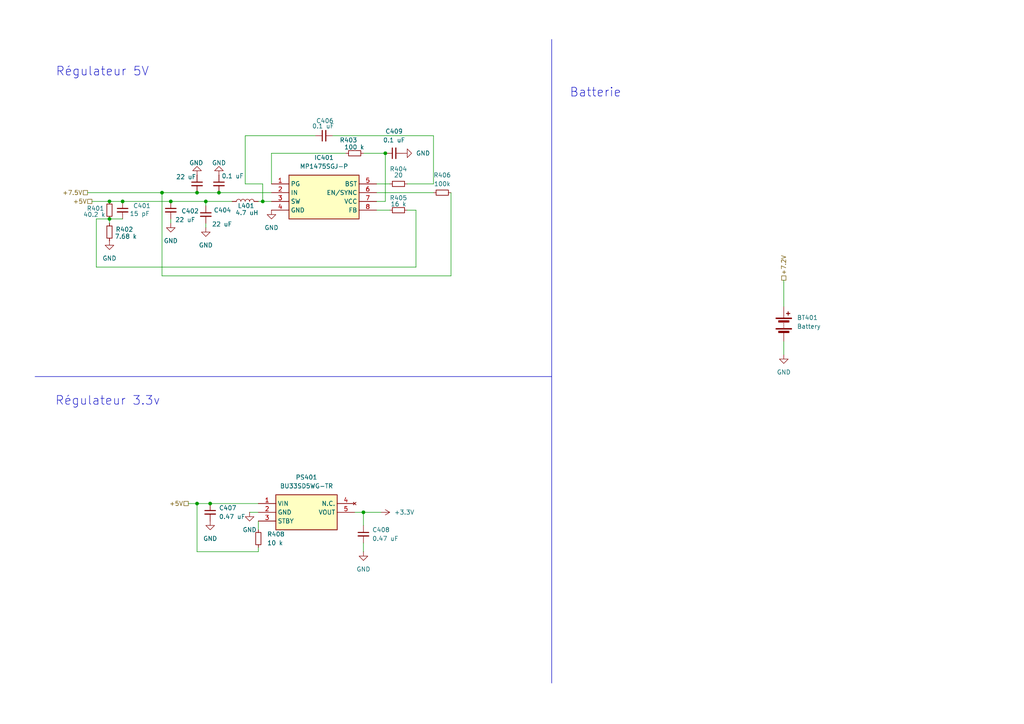
<source format=kicad_sch>
(kicad_sch (version 20231120) (generator "eeschema") (generator_version "8.0")
  (paper "A4")
  (lib_symbols
    (symbol "BU33SD5WG-TR:BU33SD5WG-TR"
      (property "Reference" "PS" (at 24.13 7.62 0))
      (property "Value" "BU33SD5WG-TR" (at 24.13 5.08 0))
      (symbol "BU33SD5WG-TR_1_1"
        (rectangle (start 5.08 2.54) (end 22.86 -7.62) (stroke (width 0.254)) (fill (type background)))
        (pin passive line (at 0 0 0) (length 5.08) (name "VIN") (number "1"))
        (pin passive line (at 0 -2.54 0) (length 5.08) (name "GND") (number "2"))
        (pin passive line (at 0 -5.08 0) (length 5.08) (name "STBY") (number "3"))
        (pin no_connect line (at 27.94 0 180) (length 5.08) (name "N.C.") (number "4"))
        (pin passive line (at 27.94 -2.54 180) (length 5.08) (name "VOUT") (number "5"))
      )
    )
    (symbol "Device:Battery" (pin_numbers hide) (pin_names (offset 0) hide)
      (property "Reference" "BT" (at 2.54 2.54 0))
      (property "Value" "Battery" (at 2.54 0 0))
      (symbol "Battery_0_1"
        (rectangle (start -2.286 -1.27) (end 2.286 -1.524) (fill (type outline)))
        (rectangle (start -2.286 1.778) (end 2.286 1.524) (fill (type outline)))
        (rectangle (start -1.524 -2.032) (end 1.524 -2.54) (fill (type outline)))
        (rectangle (start -1.524 1.016) (end 1.524 0.508) (fill (type outline)))
        (polyline (pts (xy 0 -1.016) (xy 0 -0.762)))
        (polyline (pts (xy 0 -0.508) (xy 0 -0.254)))
        (polyline (pts (xy 0 0) (xy 0 0.254)))
        (polyline (pts (xy 0 1.778) (xy 0 2.54)))
        (polyline (pts (xy 0.762 3.048) (xy 1.778 3.048)) (stroke (width 0.254)))
        (polyline (pts (xy 1.27 3.556) (xy 1.27 2.54)) (stroke (width 0.254)))
      )
      (symbol "Battery_1_1"
        (pin passive line (at 0 5.08 270) (length 2.54) (name "+") (number "1"))
        (pin passive line (at 0 -5.08 90) (length 2.54) (name "-") (number "2"))
      )
    )
    (symbol "Device:C_Small" (pin_numbers hide) (pin_names (offset 0.254) hide)
      (property "Reference" "C" (at 0.254 1.778 0))
      (property "Value" "C_Small" (at 0.254 -2.032 0))
      (symbol "C_Small_0_1"
        (polyline (pts (xy -1.524 -0.508) (xy 1.524 -0.508)) (stroke (width 0.3302)))
        (polyline (pts (xy -1.524 0.508) (xy 1.524 0.508)) (stroke (width 0.3048)))
      )
      (symbol "C_Small_1_1"
        (pin passive line (at 0 2.54 270) (length 2.032) (name "~") (number "1"))
        (pin passive line (at 0 -2.54 90) (length 2.032) (name "~") (number "2"))
      )
    )
    (symbol "Device:L" (pin_numbers hide) (pin_names (offset 1.016) hide)
      (property "Reference" "L" (at -1.27 0 90))
      (property "Value" "L" (at 1.905 0 90))
      (symbol "L_0_1"
        (arc (start 0 -2.54) (mid 0.6323 -1.905) (end 0 -1.27))
        (arc (start 0 -1.27) (mid 0.6323 -0.635) (end 0 0))
        (arc (start 0 0) (mid 0.6323 0.635) (end 0 1.27))
        (arc (start 0 1.27) (mid 0.6323 1.905) (end 0 2.54))
      )
      (symbol "L_1_1"
        (pin passive line (at 0 3.81 270) (length 1.27) (name "1") (number "1"))
        (pin passive line (at 0 -3.81 90) (length 1.27) (name "2") (number "2"))
      )
    )
    (symbol "Device:R_Small" (pin_numbers hide) (pin_names (offset 0.254) hide)
      (property "Reference" "R" (at 0.762 0.508 0))
      (property "Value" "R_Small" (at 0.762 -1.016 0))
      (symbol "R_Small_0_1"
        (rectangle (start -0.762 1.778) (end 0.762 -1.778) (stroke (width 0.2032)))
      )
      (symbol "R_Small_1_1"
        (pin passive line (at 0 2.54 270) (length 0.762) (name "~") (number "1"))
        (pin passive line (at 0 -2.54 90) (length 0.762) (name "~") (number "2"))
      )
    )
    (symbol "MP1475SGJ-P:MP1475SGJ-P"
      (property "Reference" "IC" (at 26.67 7.62 0))
      (property "Value" "MP1475SGJ-P" (at 26.67 5.08 0))
      (symbol "MP1475SGJ-P_1_1"
        (rectangle (start 5.08 2.54) (end 25.4 -10.16) (stroke (width 0.254)) (fill (type background)))
        (pin passive line (at 0 0 0) (length 5.08) (name "PG") (number "1"))
        (pin passive line (at 0 -2.54 0) (length 5.08) (name "IN") (number "2"))
        (pin passive line (at 0 -5.08 0) (length 5.08) (name "SW") (number "3"))
        (pin passive line (at 0 -7.62 0) (length 5.08) (name "GND") (number "4"))
        (pin passive line (at 30.48 0 180) (length 5.08) (name "BST") (number "5"))
        (pin passive line (at 30.48 -2.54 180) (length 5.08) (name "EN/SYNC") (number "6"))
        (pin passive line (at 30.48 -5.08 180) (length 5.08) (name "VCC") (number "7"))
        (pin passive line (at 30.48 -7.62 180) (length 5.08) (name "FB") (number "8"))
      )
    )
    (symbol "power:+3.3V" (power) (pin_numbers hide) (pin_names (offset 0) hide)
      (property "Value" "+3.3V" (at 0 3.556 0))
      (symbol "+3.3V_0_1"
        (polyline (pts (xy -0.762 1.27) (xy 0 2.54)))
        (polyline (pts (xy 0 0) (xy 0 2.54)))
        (polyline (pts (xy 0 2.54) (xy 0.762 1.27)))
      )
      (symbol "+3.3V_1_1"
        (pin power_in line (at 0 0 90) (length 0) (name "~") (number "1"))
      )
    )
    (symbol "power:GND" (power) (pin_numbers hide) (pin_names (offset 0) hide)
      (property "Value" "GND" (at 0 -3.81 0))
      (symbol "GND_0_1"
        (polyline (pts (xy 0 0) (xy 0 -1.27) (xy 1.27 -1.27) (xy 0 -2.54) (xy -1.27 -1.27) (xy 0 -1.27)))
      )
      (symbol "GND_1_1"
        (pin power_in line (at 0 0 270) (length 0) (name "~") (number "1"))
      )
    )
  )
  (junction (at 59.69 58.42))
  (junction (at 31.75 58.42))
  (junction (at 57.15 55.88))
  (junction (at 60.96 146.05))
  (junction (at 57.15 146.05))
  (junction (at 49.53 58.42))
  (junction (at 46.99 55.88))
  (junction (at 31.75 63.5))
  (junction (at 105.41 148.59))
  (junction (at 111.76 44.45))
  (junction (at 35.56 58.42))
  (junction (at 76.2 58.42))
  (junction (at 63.5 55.88))
  (wire (pts (xy 72.39 148.59) (xy 74.93 148.59)))
  (wire (pts (xy 71.12 39.37) (xy 71.12 53.34)))
  (wire (pts (xy 46.99 55.88) (xy 57.15 55.88)))
  (wire (pts (xy 100.33 44.45) (xy 78.74 44.45)))
  (wire (pts (xy 111.76 44.45) (xy 105.41 44.45)))
  (wire (pts (xy 59.69 64.77) (xy 59.69 66.04)))
  (wire (pts (xy 60.96 146.05) (xy 74.93 146.05)))
  (wire (pts (xy 57.15 55.88) (xy 63.5 55.88)))
  (wire (pts (xy 109.22 55.88) (xy 125.73 55.88)))
  (wire (pts (xy 63.5 55.88) (xy 78.74 55.88)))
  (wire (pts (xy 57.15 146.05) (xy 60.96 146.05)))
  (wire (pts (xy 125.73 53.34) (xy 118.11 53.34)))
  (wire (pts (xy 25.4 55.88) (xy 46.99 55.88)))
  (polyline (pts (xy 10.16 109.22) (xy 160.02 109.22)))
  (wire (pts (xy 71.12 53.34) (xy 76.2 53.34)))
  (wire (pts (xy 74.93 153.67) (xy 74.93 151.13)))
  (wire (pts (xy 54.61 146.05) (xy 57.15 146.05)))
  (wire (pts (xy 91.44 39.37) (xy 71.12 39.37)))
  (polyline (pts (xy 160.02 11.43) (xy 160.02 198.12)))
  (wire (pts (xy 109.22 60.96) (xy 113.03 60.96)))
  (wire (pts (xy 105.41 148.59) (xy 105.41 152.4)))
  (wire (pts (xy 76.2 53.34) (xy 76.2 58.42)))
  (wire (pts (xy 130.81 80.01) (xy 46.99 80.01)))
  (wire (pts (xy 35.56 58.42) (xy 49.53 58.42)))
  (wire (pts (xy 105.41 160.02) (xy 105.41 157.48)))
  (wire (pts (xy 74.93 160.02) (xy 57.15 160.02)))
  (wire (pts (xy 125.73 53.34) (xy 125.73 39.37)))
  (wire (pts (xy 120.65 60.96) (xy 118.11 60.96)))
  (wire (pts (xy 130.81 55.88) (xy 130.81 80.01)))
  (wire (pts (xy 227.33 102.87) (xy 227.33 99.06)))
  (wire (pts (xy 227.33 81.28) (xy 227.33 88.9)))
  (wire (pts (xy 78.74 44.45) (xy 78.74 53.34)))
  (wire (pts (xy 59.69 59.69) (xy 59.69 58.42)))
  (wire (pts (xy 74.93 158.75) (xy 74.93 160.02)))
  (wire (pts (xy 31.75 58.42) (xy 35.56 58.42)))
  (wire (pts (xy 27.94 77.47) (xy 120.65 77.47)))
  (wire (pts (xy 76.2 58.42) (xy 78.74 58.42)))
  (wire (pts (xy 26.67 58.42) (xy 31.75 58.42)))
  (wire (pts (xy 57.15 160.02) (xy 57.15 146.05)))
  (wire (pts (xy 27.94 63.5) (xy 31.75 63.5)))
  (wire (pts (xy 111.76 58.42) (xy 111.76 44.45)))
  (wire (pts (xy 49.53 64.77) (xy 49.53 63.5)))
  (wire (pts (xy 27.94 63.5) (xy 27.94 77.47)))
  (wire (pts (xy 49.53 58.42) (xy 59.69 58.42)))
  (wire (pts (xy 109.22 53.34) (xy 113.03 53.34)))
  (wire (pts (xy 109.22 58.42) (xy 111.76 58.42)))
  (wire (pts (xy 102.87 148.59) (xy 105.41 148.59)))
  (wire (pts (xy 46.99 55.88) (xy 46.99 80.01)))
  (wire (pts (xy 59.69 58.42) (xy 67.31 58.42)))
  (wire (pts (xy 105.41 148.59) (xy 110.49 148.59)))
  (wire (pts (xy 31.75 63.5) (xy 35.56 63.5)))
  (wire (pts (xy 31.75 63.5) (xy 31.75 64.77)))
  (wire (pts (xy 74.93 58.42) (xy 76.2 58.42)))
  (wire (pts (xy 120.65 77.47) (xy 120.65 60.96)))
  (wire (pts (xy 125.73 39.37) (xy 96.52 39.37)))
  (text "Régulateur 5V" (at 29.718 20.828 0) (effects (font (size 2.54 2.54))))
  (text "Régulateur 3.3v\n" (at 31.242 116.332 0) (effects (font (size 2.54 2.54))))
  (text "Batterie\n" (at 172.72 26.924 0) (effects (font (size 2.54 2.54))))
  (hierarchical_label "+7.5V" (shape passive) (at 25.4 55.88 180))
  (hierarchical_label "+7.2V" (shape passive) (at 227.33 81.28 90))
  (hierarchical_label "+5V" (shape passive) (at 26.67 58.42 180))
  (hierarchical_label "+5V" (shape passive) (at 54.61 146.05 180))
  (symbol (lib_id "Device:C_Small") (at 93.98 39.37 90) (unit 1)
    (property "Reference" "C406" (at 94.234 35.052 90))
    (property "Value" "0.1 uF" (at 93.726 36.576 90))
    (property "Description" "Unpolarized capacitor, small symbol" (effects (hide yes)))
  )
  (symbol (lib_id "power:GND") (at 63.5 50.8 180) (unit 1)
    (property "Reference" "#PWR0407" (effects (hide yes)))
    (property "Value" "GND" (at 61.468 47.244 0) (effects (justify right)))
    (property "Description" "Power symbol creates a global label with name \"GND\" , ground" (effects (hide yes)))
  )
  (symbol (lib_id "Device:C_Small") (at 59.69 62.23 0) (unit 1)
    (property "Reference" "C404" (at 61.976 60.96 0) (effects (justify left)))
    (property "Value" "22 uF" (at 61.468 65.024 0) (effects (justify left)))
    (property "Description" "Unpolarized capacitor, small symbol" (effects (hide yes)))
  )
  (symbol (lib_id "power:GND") (at 116.84 44.45 90) (unit 1)
    (property "Reference" "#PWR0409" (effects (hide yes)))
    (property "Value" "GND" (at 120.65 44.4499 90) (effects (justify right)))
    (property "Description" "Power symbol creates a global label with name \"GND\" , ground" (effects (hide yes)))
  )
  (symbol (lib_id "Device:R_Small") (at 74.93 156.21 0) (unit 1)
    (property "Reference" "R408" (at 77.47 154.9399 0) (effects (justify left)))
    (property "Value" "10 k" (at 77.47 157.4799 0) (effects (justify left)))
    (property "Description" "Resistor, small symbol" (effects (hide yes)))
  )
  (symbol (lib_id "Device:R_Small") (at 128.27 55.88 90) (unit 1)
    (property "Reference" "R406" (at 128.27 50.8 90))
    (property "Value" "100k" (at 128.27 53.34 90))
    (property "Description" "Resistor, small symbol" (effects (hide yes)))
  )
  (symbol (lib_id "Device:C_Small") (at 57.15 53.34 0) (unit 1)
    (property "Reference" "C403" (effects (hide yes)))
    (property "Value" "22 uF" (at 51.054 51.308 0) (effects (justify left)))
    (property "Description" "Unpolarized capacitor, small symbol" (effects (hide yes)))
  )
  (symbol (lib_id "power:GND") (at 227.33 102.87 0) (unit 1)
    (property "Reference" "#PWR0401" (effects (hide yes)))
    (property "Value" "GND" (at 227.33 107.95 0))
    (property "Description" "Power symbol creates a global label with name \"GND\" , ground" (effects (hide yes)))
  )
  (symbol (lib_id "Device:C_Small") (at 105.41 154.94 0) (unit 1)
    (property "Reference" "C408" (at 107.95 153.6762 0) (effects (justify left)))
    (property "Value" "0.47 uF" (at 107.95 156.2162 0) (effects (justify left)))
    (property "Description" "Unpolarized capacitor, small symbol" (effects (hide yes)))
  )
  (symbol (lib_id "power:GND") (at 57.15 50.8 180) (unit 1)
    (property "Reference" "#PWR0405" (effects (hide yes)))
    (property "Value" "GND" (at 54.864 47.244 0) (effects (justify right)))
    (property "Description" "Power symbol creates a global label with name \"GND\" , ground" (effects (hide yes)))
  )
  (symbol (lib_id "Device:R_Small") (at 31.75 60.96 180) (unit 1)
    (property "Reference" "R401" (at 25.146 60.452 0) (effects (justify right)))
    (property "Value" "40.2 k" (at 24.13 62.23 0) (effects (justify right)))
    (property "Description" "Resistor, small symbol" (effects (hide yes)))
  )
  (symbol (lib_id "power:GND") (at 78.74 60.96 0) (unit 1)
    (property "Reference" "#PWR0408" (effects (hide yes)))
    (property "Value" "GND" (at 78.74 66.04 0))
    (property "Description" "Power symbol creates a global label with name \"GND\" , ground" (effects (hide yes)))
  )
  (symbol (lib_id "power:GND") (at 72.39 148.59 0) (unit 1)
    (property "Reference" "#PWR0415" (effects (hide yes)))
    (property "Value" "GND" (at 72.39 153.67 0))
    (property "Description" "Power symbol creates a global label with name \"GND\" , ground" (effects (hide yes)))
  )
  (symbol (lib_id "power:GND") (at 31.75 69.85 0) (unit 1)
    (property "Reference" "#PWR0403" (effects (hide yes)))
    (property "Value" "GND" (at 31.75 74.93 0))
    (property "Description" "Power symbol creates a global label with name \"GND\" , ground" (effects (hide yes)))
  )
  (symbol (lib_id "Device:C_Small") (at 60.96 148.59 0) (unit 1)
    (property "Reference" "C407" (at 63.5 147.3262 0) (effects (justify left)))
    (property "Value" "0.47 uF" (at 63.5 149.8662 0) (effects (justify left)))
    (property "Description" "Unpolarized capacitor, small symbol" (effects (hide yes)))
  )
  (symbol (lib_id "power:GND") (at 105.41 160.02 0) (unit 1)
    (property "Reference" "#PWR0416" (effects (hide yes)))
    (property "Value" "GND" (at 105.41 165.1 0))
    (property "Description" "Power symbol creates a global label with name \"GND\" , ground" (effects (hide yes)))
  )
  (symbol (lib_id "Device:C_Small") (at 114.3 44.45 90) (unit 1)
    (property "Reference" "C409" (at 114.3063 38.1 90))
    (property "Value" "0.1 uF" (at 114.3063 40.64 90))
    (property "Description" "Unpolarized capacitor, small symbol" (effects (hide yes)))
  )
  (symbol (lib_id "power:+3.3V") (at 110.49 148.59 270) (unit 1)
    (property "Reference" "#PWR0417" (effects (hide yes)))
    (property "Value" "+3.3V" (at 114.3 148.5899 90) (effects (justify left)))
    (property "Description" "Power symbol creates a global label with name \"+3.3V\"" (effects (hide yes)))
  )
  (symbol (lib_id "Device:R_Small") (at 115.57 53.34 90) (unit 1)
    (property "Reference" "R404" (at 115.57 49.022 90))
    (property "Value" "20" (at 115.57 50.8 90))
    (property "Description" "Resistor, small symbol" (effects (hide yes)))
  )
  (symbol (lib_id "Device:C_Small") (at 49.53 60.96 0) (unit 1)
    (property "Reference" "C402" (at 52.578 61.214 0) (effects (justify left)))
    (property "Value" "22 uF" (at 50.8 63.754 0) (effects (justify left)))
    (property "Description" "Unpolarized capacitor, small symbol" (effects (hide yes)))
  )
  (symbol (lib_id "power:GND") (at 49.53 64.77 0) (unit 1)
    (property "Reference" "#PWR0404" (effects (hide yes)))
    (property "Value" "GND" (at 49.53 69.85 0))
    (property "Description" "Power symbol creates a global label with name \"GND\" , ground" (effects (hide yes)))
  )
  (symbol (lib_id "BU33SD5WG-TR:BU33SD5WG-TR") (at 74.93 146.05 0) (unit 1)
    (property "Reference" "PS401" (at 88.9 138.43 0))
    (property "Value" "BU33SD5WG-TR" (at 88.9 140.97 0))
    (property "Footprint" "SOT95P280X125-5N" (effects (hide yes)))
    (property "Datasheet" "https://componentsearchengine.com/Datasheets/1/BU33SD5WG-TR.pdf" (effects (hide yes)))
    (property "Description" "LDO regulator,3.3V,0.5A,standby,SSOP5 ROHM BU33SD5WG-TR, LDO Voltage Regulator, 0.5A, 3.3 V +/-2%, 1.7  6 Vin, 5-Pin SSOP" (effects (hide yes)))
    (property "Height" "1.25" (effects (hide yes)))
    (property "Manufacturer_Name" "ROHM Semiconductor" (effects (hide yes)))
    (property "Manufacturer_Part_Number" "BU33SD5WG-TR" (effects (hide yes)))
    (property "Mouser Part Number" "755-BU33SD5WG-TR" (effects (hide yes)))
    (property "Mouser Price/Stock" "https://www.mouser.co.uk/ProductDetail/ROHM-Semiconductor/BU33SD5WG-TR?qs=%2FKR40Cd6GUrQDzRkUEt69Q%3D%3D" (effects (hide yes)))
  )
  (symbol (lib_id "Device:R_Small") (at 31.75 67.31 0) (unit 1)
    (property "Reference" "R402" (at 33.528 66.548 0) (effects (justify left)))
    (property "Value" "7.68 k" (at 33.274 68.58 0) (effects (justify left)))
    (property "Description" "Resistor, small symbol" (effects (hide yes)))
  )
  (symbol (lib_id "MP1475SGJ-P:MP1475SGJ-P") (at 78.74 53.34 0) (unit 1)
    (property "Reference" "IC401" (at 93.98 45.72 0))
    (property "Value" "MP1475SGJ-P" (at 93.98 48.26 0))
    (property "Footprint" "SOT65P280X100-8N" (effects (hide yes)))
    (property "Datasheet" "http://media.digikey.com/pdf/Data%20Sheets/Monolithic%20Power%20PDF" (effects (hide yes)))
    (property "Description" "Switching Voltage Regulators 3A 16V 500kHz Synch Step-Down Conv W/PG" (effects (hide yes)))
    (property "Height" "1" (effects (hide yes)))
    (property "Manufacturer_Name" "Monolithic Power Systems (MPS)" (effects (hide yes)))
    (property "Manufacturer_Part_Number" "MP1475SGJ-P" (effects (hide yes)))
    (property "Mouser Part Number" "946-MP1475SGJ-P" (effects (hide yes)))
    (property "Mouser Price/Stock" "https://www.mouser.co.uk/ProductDetail/Monolithic-Power-Systems-MPS/MP1475SGJ-P?qs=FIQZoK1q933LtAjxu26L8w%3D%3D" (effects (hide yes)))
  )
  (symbol (lib_id "power:GND") (at 59.69 66.04 0) (unit 1)
    (property "Reference" "#PWR0406" (effects (hide yes)))
    (property "Value" "GND" (at 59.69 71.12 0))
    (property "Description" "Power symbol creates a global label with name \"GND\" , ground" (effects (hide yes)))
  )
  (symbol (lib_id "Device:R_Small") (at 102.87 44.45 270) (unit 1)
    (property "Reference" "R403" (at 103.632 40.64 90) (effects (justify right)))
    (property "Value" "100 k" (at 105.664 42.672 90) (effects (justify right)))
    (property "Description" "Resistor, small symbol" (effects (hide yes)))
  )
  (symbol (lib_id "Device:C_Small") (at 35.56 60.96 0) (unit 1)
    (property "Reference" "C401" (at 38.608 59.69 0) (effects (justify left)))
    (property "Value" "15 pF" (at 37.592 61.976 0) (effects (justify left)))
    (property "Description" "Unpolarized capacitor, small symbol" (effects (hide yes)))
  )
  (symbol (lib_id "Device:Battery") (at 227.33 93.98 0) (unit 1)
    (property "Reference" "BT401" (at 231.14 92.1384 0) (effects (justify left)))
    (property "Value" "Battery" (at 231.14 94.6784 0) (effects (justify left)))
    (property "Description" "Multiple-cell battery" (effects (hide yes)))
  )
  (symbol (lib_id "power:GND") (at 60.96 151.13 0) (unit 1)
    (property "Reference" "#PWR0414" (effects (hide yes)))
    (property "Value" "GND" (at 60.96 156.21 0))
    (property "Description" "Power symbol creates a global label with name \"GND\" , ground" (effects (hide yes)))
  )
  (symbol (lib_id "Device:C_Small") (at 63.5 53.34 0) (unit 1)
    (property "Reference" "C405" (effects (hide yes)))
    (property "Value" "0.1 uF" (at 64.262 51.054 0) (effects (justify left)))
    (property "Description" "Unpolarized capacitor, small symbol" (effects (hide yes)))
  )
  (symbol (lib_id "Device:R_Small") (at 115.57 60.96 90) (unit 1)
    (property "Reference" "R405" (at 115.57 57.404 90))
    (property "Value" "16 k" (at 115.57 59.182 90))
    (property "Description" "Resistor, small symbol" (effects (hide yes)))
  )
  (symbol (lib_id "Device:L") (at 71.12 58.42 90) (unit 1)
    (property "Reference" "L401" (at 71.374 59.69 90))
    (property "Value" "4.7 uH" (at 71.628 61.722 90))
    (property "Description" "Inductor" (effects (hide yes)))
  )
)
</source>
